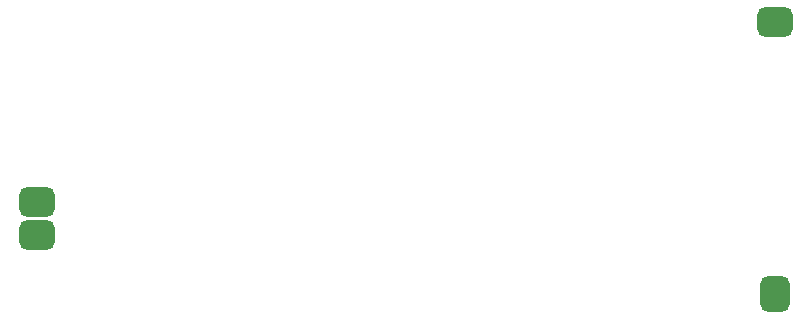
<source format=gbp>
G04 Layer: BottomPasteMaskLayer*
G04 EasyEDA Pro v2.1.51.8c9149c1.e57db4, 2024-04-09 19:57:42*
G04 Gerber Generator version 0.3*
G04 Scale: 100 percent, Rotated: No, Reflected: No*
G04 Dimensions in millimeters*
G04 Leading zeros omitted, absolute positions, 3 integers and 5 decimals*
%FSLAX35Y35*%
%MOMM*%
%AMRoundRect*1,1,$1,$2,$3*1,1,$1,$4,$5*1,1,$1,0-$2,0-$3*1,1,$1,0-$4,0-$5*20,1,$1,$2,$3,$4,$5,0*20,1,$1,$4,$5,0-$2,0-$3,0*20,1,$1,0-$2,0-$3,0-$4,0-$5,0*20,1,$1,0-$4,0-$5,$2,$3,0*4,1,4,$2,$3,$4,$5,0-$2,0-$3,0-$4,0-$5,$2,$3,0*%
%ADD10RoundRect,1.25X-0.875X0.625X0.875X0.625*%
%ADD11RoundRect,1.25X0.875X-0.625X-0.875X-0.625*%
%ADD12RoundRect,1.25X0.625X-0.875X-0.625X-0.875*%
G75*


G04 Pad Start*
G54D10*
G01X-155604Y-2813042D03*
G54D11*
G01X6089198Y-1295928D03*
G54D10*
G01X-155604Y-3093464D03*
G54D12*
G01X6089198Y-3593160D03*
G04 Pad End*

M02*

</source>
